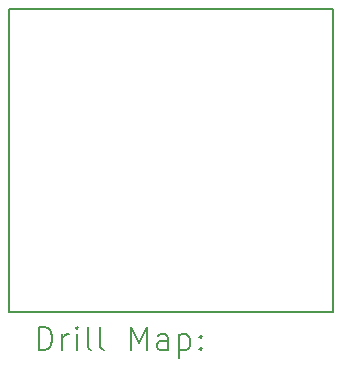
<source format=gbr>
%TF.GenerationSoftware,KiCad,Pcbnew,(6.0.10-0)*%
%TF.CreationDate,2023-02-01T12:15:06-08:00*%
%TF.ProjectId,DRF1268T,44524631-3236-4385-942e-6b696361645f,rev?*%
%TF.SameCoordinates,Original*%
%TF.FileFunction,Drillmap*%
%TF.FilePolarity,Positive*%
%FSLAX45Y45*%
G04 Gerber Fmt 4.5, Leading zero omitted, Abs format (unit mm)*
G04 Created by KiCad (PCBNEW (6.0.10-0)) date 2023-02-01 12:15:06*
%MOMM*%
%LPD*%
G01*
G04 APERTURE LIST*
%ADD10C,0.200000*%
G04 APERTURE END LIST*
D10*
X14274800Y-9626600D02*
X14274800Y-12192000D01*
X14274800Y-9626600D02*
X17018000Y-9626600D01*
X17018000Y-12192000D02*
X14274800Y-12192000D01*
X17018000Y-9626600D02*
X17018000Y-12192000D01*
X14522419Y-12512476D02*
X14522419Y-12312476D01*
X14570038Y-12312476D01*
X14598609Y-12322000D01*
X14617657Y-12341048D01*
X14627181Y-12360095D01*
X14636705Y-12398190D01*
X14636705Y-12426762D01*
X14627181Y-12464857D01*
X14617657Y-12483905D01*
X14598609Y-12502952D01*
X14570038Y-12512476D01*
X14522419Y-12512476D01*
X14722419Y-12512476D02*
X14722419Y-12379143D01*
X14722419Y-12417238D02*
X14731943Y-12398190D01*
X14741467Y-12388667D01*
X14760514Y-12379143D01*
X14779562Y-12379143D01*
X14846228Y-12512476D02*
X14846228Y-12379143D01*
X14846228Y-12312476D02*
X14836705Y-12322000D01*
X14846228Y-12331524D01*
X14855752Y-12322000D01*
X14846228Y-12312476D01*
X14846228Y-12331524D01*
X14970038Y-12512476D02*
X14950990Y-12502952D01*
X14941467Y-12483905D01*
X14941467Y-12312476D01*
X15074800Y-12512476D02*
X15055752Y-12502952D01*
X15046228Y-12483905D01*
X15046228Y-12312476D01*
X15303371Y-12512476D02*
X15303371Y-12312476D01*
X15370038Y-12455333D01*
X15436705Y-12312476D01*
X15436705Y-12512476D01*
X15617657Y-12512476D02*
X15617657Y-12407714D01*
X15608133Y-12388667D01*
X15589086Y-12379143D01*
X15550990Y-12379143D01*
X15531943Y-12388667D01*
X15617657Y-12502952D02*
X15598609Y-12512476D01*
X15550990Y-12512476D01*
X15531943Y-12502952D01*
X15522419Y-12483905D01*
X15522419Y-12464857D01*
X15531943Y-12445809D01*
X15550990Y-12436286D01*
X15598609Y-12436286D01*
X15617657Y-12426762D01*
X15712895Y-12379143D02*
X15712895Y-12579143D01*
X15712895Y-12388667D02*
X15731943Y-12379143D01*
X15770038Y-12379143D01*
X15789086Y-12388667D01*
X15798609Y-12398190D01*
X15808133Y-12417238D01*
X15808133Y-12474381D01*
X15798609Y-12493428D01*
X15789086Y-12502952D01*
X15770038Y-12512476D01*
X15731943Y-12512476D01*
X15712895Y-12502952D01*
X15893848Y-12493428D02*
X15903371Y-12502952D01*
X15893848Y-12512476D01*
X15884324Y-12502952D01*
X15893848Y-12493428D01*
X15893848Y-12512476D01*
X15893848Y-12388667D02*
X15903371Y-12398190D01*
X15893848Y-12407714D01*
X15884324Y-12398190D01*
X15893848Y-12388667D01*
X15893848Y-12407714D01*
M02*

</source>
